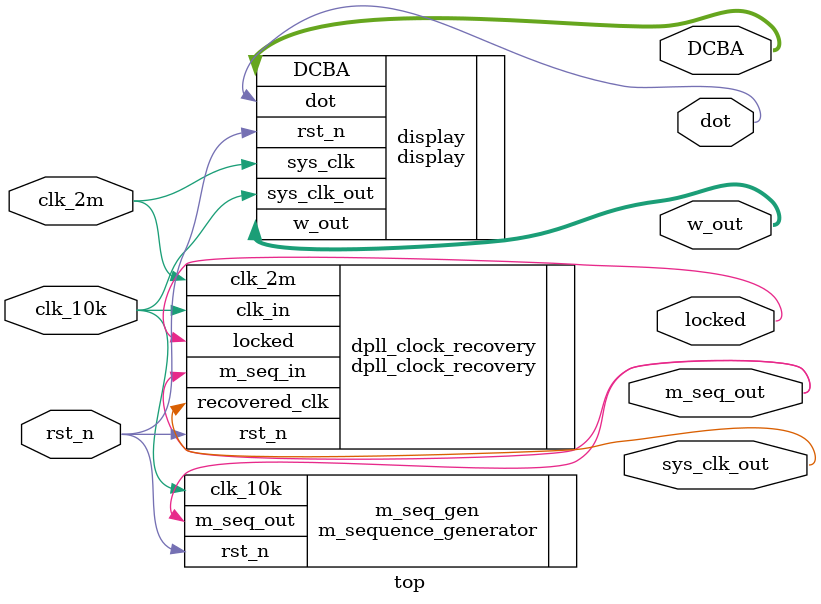
<source format=v>
`timescale 1ns / 1ps



// 顶层模块设计
module top (
    input wire clk_2m,       // 2MHz 系统时钟信号
    input wire clk_10k,      // 10kHz 输入时钟信号
    input wire rst_n,        // 复位信号
    output wire m_seq_out,    // m 序列
    output wire sys_clk_out, // 提取出的位同步信号
    output wire locked,       // 判定是否锁住的标签
    output wire [3:0] DCBA, // 数码管 BCD 译码输出
    output wire [5:0] w_out,    // 数码管驱动控制
	 output wire dot    // 消除小数点
);


// m 序列生成模块
m_sequence_generator m_seq_gen (
    .clk_10k(clk_10k),
    .rst_n(rst_n),
    .m_seq_out(m_seq_out)
);


// Solution1：采用最大脉宽法从 m 序列中提取位同步时钟信号
// max_clock_recovery max_clock_recovery (
// 	.sys_clk(clk_2m),
// 	.rst(rst_n),
// 	.clk(clk_10k),
// 	.m_seq(m_seq_out),
// 	.clk_out(sys_clk_out)
// );


// Solution2：采用数字锁相环从 m 序列中提取位同步时钟信号
dpll_clock_recovery dpll_clock_recovery (
   .clk_2m(clk_2m),
   .rst_n(rst_n),
    .clk_in(clk_10k),
   .m_seq_in(m_seq_out),
   .recovered_clk(sys_clk_out),
   .locked(locked)
);


// 动态频率显示模块
display display (
		.sys_clk(clk_2m),
		//.sys_clk_out(sys_clk_out),
		.sys_clk_out(clk_10k),
		.rst_n(rst_n),
		.dot(dot),
		.DCBA(DCBA),
		.w_out(w_out)
);




endmodule
</source>
